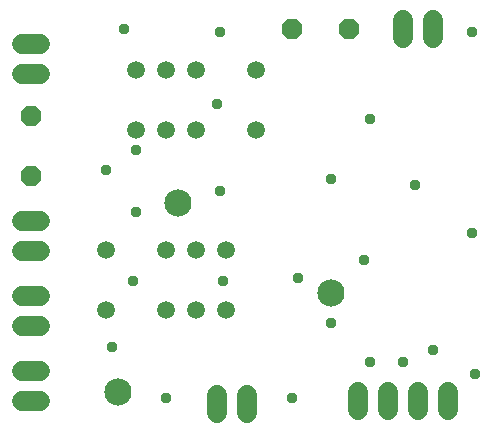
<source format=gbs>
G75*
%MOIN*%
%OFA0B0*%
%FSLAX25Y25*%
%IPPOS*%
%LPD*%
%AMOC8*
5,1,8,0,0,1.08239X$1,22.5*
%
%ADD10C,0.09068*%
%ADD11C,0.06800*%
%ADD12OC8,0.06800*%
%ADD13C,0.05950*%
%ADD14C,0.03778*%
D10*
X0046800Y0021800D03*
X0117800Y0054800D03*
X0066800Y0084800D03*
D11*
X0020800Y0018800D02*
X0014800Y0018800D01*
X0014800Y0028800D02*
X0020800Y0028800D01*
X0020800Y0043800D02*
X0014800Y0043800D01*
X0014800Y0053800D02*
X0020800Y0053800D01*
X0020800Y0068800D02*
X0014800Y0068800D01*
X0014800Y0078800D02*
X0020800Y0078800D01*
X0020800Y0127800D02*
X0014800Y0127800D01*
X0014800Y0137800D02*
X0020800Y0137800D01*
X0141800Y0139800D02*
X0141800Y0145800D01*
X0151800Y0145800D02*
X0151800Y0139800D01*
X0146800Y0021800D02*
X0146800Y0015800D01*
X0156800Y0015800D02*
X0156800Y0021800D01*
X0136800Y0021800D02*
X0136800Y0015800D01*
X0126800Y0015800D02*
X0126800Y0021800D01*
X0089800Y0020800D02*
X0089800Y0014800D01*
X0079800Y0014800D02*
X0079800Y0020800D01*
D12*
X0017800Y0093800D03*
X0017800Y0113800D03*
X0104800Y0142800D03*
X0123800Y0142800D03*
D13*
X0092666Y0129430D03*
X0072666Y0129430D03*
X0062666Y0129430D03*
X0052666Y0129430D03*
X0052666Y0109430D03*
X0062666Y0109430D03*
X0072666Y0109430D03*
X0092666Y0109430D03*
X0082934Y0069170D03*
X0072934Y0069170D03*
X0062934Y0069170D03*
X0042934Y0069170D03*
X0042934Y0049170D03*
X0062934Y0049170D03*
X0072934Y0049170D03*
X0082934Y0049170D03*
D14*
X0081800Y0058800D03*
X0106800Y0059800D03*
X0117800Y0044800D03*
X0130800Y0031800D03*
X0141800Y0031800D03*
X0151800Y0035800D03*
X0165800Y0027800D03*
X0128800Y0065800D03*
X0145800Y0090800D03*
X0164800Y0074800D03*
X0130800Y0112800D03*
X0117800Y0092800D03*
X0080800Y0088800D03*
X0052800Y0081800D03*
X0042800Y0095800D03*
X0052800Y0102689D03*
X0079800Y0117800D03*
X0080800Y0141800D03*
X0048800Y0142800D03*
X0051800Y0058800D03*
X0044800Y0036800D03*
X0062800Y0019800D03*
X0104800Y0019800D03*
X0164800Y0141800D03*
M02*

</source>
